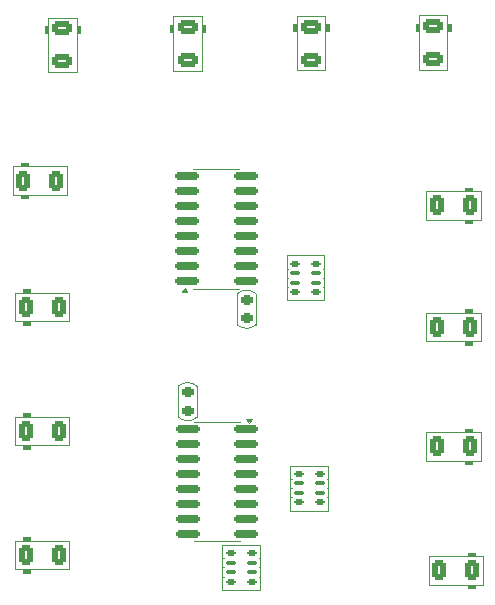
<source format=gbr>
%TF.GenerationSoftware,KiCad,Pcbnew,9.0.0*%
%TF.CreationDate,2025-04-21T19:22:59+08:00*%
%TF.ProjectId,transform,7472616e-7366-46f7-926d-2e6b69636164,rev?*%
%TF.SameCoordinates,Original*%
%TF.FileFunction,Legend,Bot*%
%TF.FilePolarity,Positive*%
%FSLAX46Y46*%
G04 Gerber Fmt 4.6, Leading zero omitted, Abs format (unit mm)*
G04 Created by KiCad (PCBNEW 9.0.0) date 2025-04-21 19:22:59*
%MOMM*%
%LPD*%
G01*
G04 APERTURE LIST*
G04 Aperture macros list*
%AMRoundRect*
0 Rectangle with rounded corners*
0 $1 Rounding radius*
0 $2 $3 $4 $5 $6 $7 $8 $9 X,Y pos of 4 corners*
0 Add a 4 corners polygon primitive as box body*
4,1,4,$2,$3,$4,$5,$6,$7,$8,$9,$2,$3,0*
0 Add four circle primitives for the rounded corners*
1,1,$1+$1,$2,$3*
1,1,$1+$1,$4,$5*
1,1,$1+$1,$6,$7*
1,1,$1+$1,$8,$9*
0 Add four rect primitives between the rounded corners*
20,1,$1+$1,$2,$3,$4,$5,0*
20,1,$1+$1,$4,$5,$6,$7,0*
20,1,$1+$1,$6,$7,$8,$9,0*
20,1,$1+$1,$8,$9,$2,$3,0*%
G04 Aperture macros list end*
%ADD10C,0.120000*%
%ADD11C,0.100000*%
%ADD12RoundRect,0.125000X-0.275000X-0.125000X0.275000X-0.125000X0.275000X0.125000X-0.275000X0.125000X0*%
%ADD13RoundRect,0.100000X-0.300000X-0.100000X0.300000X-0.100000X0.300000X0.100000X-0.300000X0.100000X0*%
%ADD14RoundRect,0.150000X0.825000X0.150000X-0.825000X0.150000X-0.825000X-0.150000X0.825000X-0.150000X0*%
%ADD15RoundRect,0.150000X-0.825000X-0.150000X0.825000X-0.150000X0.825000X0.150000X-0.825000X0.150000X0*%
%ADD16RoundRect,0.125000X0.275000X0.125000X-0.275000X0.125000X-0.275000X-0.125000X0.275000X-0.125000X0*%
%ADD17RoundRect,0.100000X0.300000X0.100000X-0.300000X0.100000X-0.300000X-0.100000X0.300000X-0.100000X0*%
%ADD18RoundRect,0.250000X0.375000X0.625000X-0.375000X0.625000X-0.375000X-0.625000X0.375000X-0.625000X0*%
%ADD19RoundRect,0.250000X-0.625000X0.375000X-0.625000X-0.375000X0.625000X-0.375000X0.625000X0.375000X0*%
%ADD20RoundRect,0.250000X-0.375000X-0.625000X0.375000X-0.625000X0.375000X0.625000X-0.375000X0.625000X0*%
%ADD21RoundRect,0.225000X0.250000X-0.225000X0.250000X0.225000X-0.250000X0.225000X-0.250000X-0.225000X0*%
%ADD22RoundRect,0.225000X-0.250000X0.225000X-0.250000X-0.225000X0.250000X-0.225000X0.250000X0.225000X0*%
G04 APERTURE END LIST*
D10*
%TO.C,RN4*%
X70980000Y-117680000D02*
X67780000Y-117680000D01*
X67907000Y-118805300D02*
X67792700Y-118805300D01*
X70853000Y-118805300D02*
X70967300Y-118805300D01*
X67907000Y-120354700D02*
X67792700Y-120354700D01*
X67780000Y-117680000D02*
X67780000Y-121480000D01*
X67780000Y-119580000D02*
X67907000Y-119580000D01*
X70853000Y-120354700D02*
X70967300Y-120354700D01*
X70980000Y-121480000D02*
X70980000Y-117680000D01*
X70980000Y-119580000D02*
X70853000Y-119580000D01*
X67780000Y-121480000D02*
X70980000Y-121480000D01*
%TO.C,U6*%
X64275000Y-114036750D02*
X64035000Y-113706750D01*
X64515000Y-113706750D01*
X64275000Y-114036750D01*
G36*
X64275000Y-114036750D02*
G01*
X64035000Y-113706750D01*
X64515000Y-113706750D01*
X64275000Y-114036750D01*
G37*
X61575000Y-124101750D02*
X59625000Y-124101750D01*
X61575000Y-124101750D02*
X63525000Y-124101750D01*
X61575000Y-113981750D02*
X59625000Y-113981750D01*
X61575000Y-113981750D02*
X63525000Y-113981750D01*
%TO.C,U7*%
X59065000Y-102976750D02*
X58585000Y-102976750D01*
X58825000Y-102646750D01*
X59065000Y-102976750D01*
G36*
X59065000Y-102976750D02*
G01*
X58585000Y-102976750D01*
X58825000Y-102646750D01*
X59065000Y-102976750D01*
G37*
X61525000Y-92581750D02*
X63475000Y-92581750D01*
X61525000Y-92581750D02*
X59575000Y-92581750D01*
X61525000Y-102701750D02*
X63475000Y-102701750D01*
X61525000Y-102701750D02*
X59575000Y-102701750D01*
%TO.C,RN5*%
X65220000Y-124400000D02*
X62020000Y-124400000D01*
X62020000Y-126300000D02*
X62147000Y-126300000D01*
X62020000Y-124400000D02*
X62020000Y-128200000D01*
X62147000Y-125525300D02*
X62032700Y-125525300D01*
X65220000Y-126300000D02*
X65093000Y-126300000D01*
X65220000Y-128200000D02*
X65220000Y-124400000D01*
X65093000Y-125525300D02*
X65207300Y-125525300D01*
X62147000Y-127074700D02*
X62032700Y-127074700D01*
X65093000Y-127074700D02*
X65207300Y-127074700D01*
X62020000Y-128200000D02*
X65220000Y-128200000D01*
%TO.C,RN3*%
X67460000Y-103680000D02*
X70660000Y-103680000D01*
X70660000Y-101780000D02*
X70533000Y-101780000D01*
X70660000Y-103680000D02*
X70660000Y-99880000D01*
X70533000Y-102554700D02*
X70647300Y-102554700D01*
X67460000Y-101780000D02*
X67587000Y-101780000D01*
X67460000Y-99880000D02*
X67460000Y-103680000D01*
X67587000Y-102554700D02*
X67472700Y-102554700D01*
X70533000Y-101005300D02*
X70647300Y-101005300D01*
X67587000Y-101005300D02*
X67472700Y-101005300D01*
X70660000Y-99880000D02*
X67460000Y-99880000D01*
%TO.C,D13*%
X79500000Y-125350000D02*
X84100000Y-125350000D01*
X84100000Y-127750000D02*
X79500000Y-127750000D01*
X79500000Y-127750000D02*
X79500000Y-125350000D01*
X84100000Y-125350000D02*
X84100000Y-127750000D01*
D11*
X83400000Y-125350000D02*
X82800000Y-125350000D01*
X82800000Y-125050000D01*
X83400000Y-125050000D01*
X83400000Y-125350000D01*
G36*
X83400000Y-125350000D02*
G01*
X82800000Y-125350000D01*
X82800000Y-125050000D01*
X83400000Y-125050000D01*
X83400000Y-125350000D01*
G37*
X83400000Y-128050000D02*
X82800000Y-128050000D01*
X82800000Y-127750000D01*
X83400000Y-127750000D01*
X83400000Y-128050000D01*
G36*
X83400000Y-128050000D02*
G01*
X82800000Y-128050000D01*
X82800000Y-127750000D01*
X83400000Y-127750000D01*
X83400000Y-128050000D01*
G37*
D10*
%TO.C,D12*%
X79300000Y-114850000D02*
X83900000Y-114850000D01*
X83900000Y-117250000D02*
X79300000Y-117250000D01*
X79300000Y-117250000D02*
X79300000Y-114850000D01*
X83900000Y-114850000D02*
X83900000Y-117250000D01*
D11*
X83200000Y-114850000D02*
X82600000Y-114850000D01*
X82600000Y-114550000D01*
X83200000Y-114550000D01*
X83200000Y-114850000D01*
G36*
X83200000Y-114850000D02*
G01*
X82600000Y-114850000D01*
X82600000Y-114550000D01*
X83200000Y-114550000D01*
X83200000Y-114850000D01*
G37*
X83200000Y-117550000D02*
X82600000Y-117550000D01*
X82600000Y-117250000D01*
X83200000Y-117250000D01*
X83200000Y-117550000D01*
G36*
X83200000Y-117550000D02*
G01*
X82600000Y-117550000D01*
X82600000Y-117250000D01*
X83200000Y-117250000D01*
X83200000Y-117550000D01*
G37*
D10*
%TO.C,D11*%
X79300000Y-104750000D02*
X83900000Y-104750000D01*
X83900000Y-107150000D02*
X79300000Y-107150000D01*
X79300000Y-107150000D02*
X79300000Y-104750000D01*
X83900000Y-104750000D02*
X83900000Y-107150000D01*
D11*
X83200000Y-104750000D02*
X82600000Y-104750000D01*
X82600000Y-104450000D01*
X83200000Y-104450000D01*
X83200000Y-104750000D01*
G36*
X83200000Y-104750000D02*
G01*
X82600000Y-104750000D01*
X82600000Y-104450000D01*
X83200000Y-104450000D01*
X83200000Y-104750000D01*
G37*
X83200000Y-107450000D02*
X82600000Y-107450000D01*
X82600000Y-107150000D01*
X83200000Y-107150000D01*
X83200000Y-107450000D01*
G36*
X83200000Y-107450000D02*
G01*
X82600000Y-107450000D01*
X82600000Y-107150000D01*
X83200000Y-107150000D01*
X83200000Y-107450000D01*
G37*
D10*
%TO.C,D10*%
X79300000Y-94450000D02*
X83900000Y-94450000D01*
X83900000Y-96850000D02*
X79300000Y-96850000D01*
X79300000Y-96850000D02*
X79300000Y-94450000D01*
X83900000Y-94450000D02*
X83900000Y-96850000D01*
D11*
X83200000Y-94450000D02*
X82600000Y-94450000D01*
X82600000Y-94150000D01*
X83200000Y-94150000D01*
X83200000Y-94450000D01*
G36*
X83200000Y-94450000D02*
G01*
X82600000Y-94450000D01*
X82600000Y-94150000D01*
X83200000Y-94150000D01*
X83200000Y-94450000D01*
G37*
X83200000Y-97150000D02*
X82600000Y-97150000D01*
X82600000Y-96850000D01*
X83200000Y-96850000D01*
X83200000Y-97150000D01*
G36*
X83200000Y-97150000D02*
G01*
X82600000Y-97150000D01*
X82600000Y-96850000D01*
X83200000Y-96850000D01*
X83200000Y-97150000D01*
G37*
D10*
%TO.C,D9*%
X68350000Y-84220000D02*
X68350000Y-79620000D01*
X70750000Y-79620000D02*
X70750000Y-84220000D01*
X70750000Y-84220000D02*
X68350000Y-84220000D01*
X68350000Y-79620000D02*
X70750000Y-79620000D01*
D11*
X68350000Y-80920000D02*
X68050000Y-80920000D01*
X68050000Y-80320000D01*
X68350000Y-80320000D01*
X68350000Y-80920000D01*
G36*
X68350000Y-80920000D02*
G01*
X68050000Y-80920000D01*
X68050000Y-80320000D01*
X68350000Y-80320000D01*
X68350000Y-80920000D01*
G37*
X71050000Y-80920000D02*
X70750000Y-80920000D01*
X70750000Y-80320000D01*
X71050000Y-80320000D01*
X71050000Y-80920000D01*
G36*
X71050000Y-80920000D02*
G01*
X70750000Y-80920000D01*
X70750000Y-80320000D01*
X71050000Y-80320000D01*
X71050000Y-80920000D01*
G37*
D10*
%TO.C,D8*%
X78680000Y-84150000D02*
X78680000Y-79550000D01*
X81080000Y-79550000D02*
X81080000Y-84150000D01*
X81080000Y-84150000D02*
X78680000Y-84150000D01*
X78680000Y-79550000D02*
X81080000Y-79550000D01*
D11*
X78680000Y-80850000D02*
X78380000Y-80850000D01*
X78380000Y-80250000D01*
X78680000Y-80250000D01*
X78680000Y-80850000D01*
G36*
X78680000Y-80850000D02*
G01*
X78380000Y-80850000D01*
X78380000Y-80250000D01*
X78680000Y-80250000D01*
X78680000Y-80850000D01*
G37*
X81380000Y-80850000D02*
X81080000Y-80850000D01*
X81080000Y-80250000D01*
X81380000Y-80250000D01*
X81380000Y-80850000D01*
G36*
X81380000Y-80850000D02*
G01*
X81080000Y-80850000D01*
X81080000Y-80250000D01*
X81380000Y-80250000D01*
X81380000Y-80850000D01*
G37*
D10*
%TO.C,D7*%
X57880000Y-84250000D02*
X57880000Y-79650000D01*
X60280000Y-79650000D02*
X60280000Y-84250000D01*
X60280000Y-84250000D02*
X57880000Y-84250000D01*
X57880000Y-79650000D02*
X60280000Y-79650000D01*
D11*
X57880000Y-80950000D02*
X57580000Y-80950000D01*
X57580000Y-80350000D01*
X57880000Y-80350000D01*
X57880000Y-80950000D01*
G36*
X57880000Y-80950000D02*
G01*
X57580000Y-80950000D01*
X57580000Y-80350000D01*
X57880000Y-80350000D01*
X57880000Y-80950000D01*
G37*
X60580000Y-80950000D02*
X60280000Y-80950000D01*
X60280000Y-80350000D01*
X60580000Y-80350000D01*
X60580000Y-80950000D01*
G36*
X60580000Y-80950000D02*
G01*
X60280000Y-80950000D01*
X60280000Y-80350000D01*
X60580000Y-80350000D01*
X60580000Y-80950000D01*
G37*
D10*
%TO.C,D6*%
X47280000Y-84350000D02*
X47280000Y-79750000D01*
X49680000Y-79750000D02*
X49680000Y-84350000D01*
X49680000Y-84350000D02*
X47280000Y-84350000D01*
X47280000Y-79750000D02*
X49680000Y-79750000D01*
D11*
X47280000Y-81050000D02*
X46980000Y-81050000D01*
X46980000Y-80450000D01*
X47280000Y-80450000D01*
X47280000Y-81050000D01*
G36*
X47280000Y-81050000D02*
G01*
X46980000Y-81050000D01*
X46980000Y-80450000D01*
X47280000Y-80450000D01*
X47280000Y-81050000D01*
G37*
X49980000Y-81050000D02*
X49680000Y-81050000D01*
X49680000Y-80450000D01*
X49980000Y-80450000D01*
X49980000Y-81050000D01*
G36*
X49980000Y-81050000D02*
G01*
X49680000Y-81050000D01*
X49680000Y-80450000D01*
X49980000Y-80450000D01*
X49980000Y-81050000D01*
G37*
D10*
%TO.C,D5*%
X48860000Y-94750000D02*
X44260000Y-94750000D01*
X44260000Y-92350000D02*
X48860000Y-92350000D01*
X48860000Y-92350000D02*
X48860000Y-94750000D01*
X44260000Y-94750000D02*
X44260000Y-92350000D01*
D11*
X45560000Y-95050000D02*
X44960000Y-95050000D01*
X44960000Y-94750000D01*
X45560000Y-94750000D01*
X45560000Y-95050000D01*
G36*
X45560000Y-95050000D02*
G01*
X44960000Y-95050000D01*
X44960000Y-94750000D01*
X45560000Y-94750000D01*
X45560000Y-95050000D01*
G37*
X45560000Y-92350000D02*
X44960000Y-92350000D01*
X44960000Y-92050000D01*
X45560000Y-92050000D01*
X45560000Y-92350000D01*
G36*
X45560000Y-92350000D02*
G01*
X44960000Y-92350000D01*
X44960000Y-92050000D01*
X45560000Y-92050000D01*
X45560000Y-92350000D01*
G37*
D10*
%TO.C,D4*%
X49060000Y-105450000D02*
X44460000Y-105450000D01*
X44460000Y-103050000D02*
X49060000Y-103050000D01*
X49060000Y-103050000D02*
X49060000Y-105450000D01*
X44460000Y-105450000D02*
X44460000Y-103050000D01*
D11*
X45760000Y-105750000D02*
X45160000Y-105750000D01*
X45160000Y-105450000D01*
X45760000Y-105450000D01*
X45760000Y-105750000D01*
G36*
X45760000Y-105750000D02*
G01*
X45160000Y-105750000D01*
X45160000Y-105450000D01*
X45760000Y-105450000D01*
X45760000Y-105750000D01*
G37*
X45760000Y-103050000D02*
X45160000Y-103050000D01*
X45160000Y-102750000D01*
X45760000Y-102750000D01*
X45760000Y-103050000D01*
G36*
X45760000Y-103050000D02*
G01*
X45160000Y-103050000D01*
X45160000Y-102750000D01*
X45760000Y-102750000D01*
X45760000Y-103050000D01*
G37*
D10*
%TO.C,D3*%
X49060000Y-115950000D02*
X44460000Y-115950000D01*
X44460000Y-113550000D02*
X49060000Y-113550000D01*
X49060000Y-113550000D02*
X49060000Y-115950000D01*
X44460000Y-115950000D02*
X44460000Y-113550000D01*
D11*
X45760000Y-116250000D02*
X45160000Y-116250000D01*
X45160000Y-115950000D01*
X45760000Y-115950000D01*
X45760000Y-116250000D01*
G36*
X45760000Y-116250000D02*
G01*
X45160000Y-116250000D01*
X45160000Y-115950000D01*
X45760000Y-115950000D01*
X45760000Y-116250000D01*
G37*
X45760000Y-113550000D02*
X45160000Y-113550000D01*
X45160000Y-113250000D01*
X45760000Y-113250000D01*
X45760000Y-113550000D01*
G36*
X45760000Y-113550000D02*
G01*
X45160000Y-113550000D01*
X45160000Y-113250000D01*
X45760000Y-113250000D01*
X45760000Y-113550000D01*
G37*
D10*
%TO.C,D2*%
X49060000Y-126450000D02*
X44460000Y-126450000D01*
X44460000Y-124050000D02*
X49060000Y-124050000D01*
X49060000Y-124050000D02*
X49060000Y-126450000D01*
X44460000Y-126450000D02*
X44460000Y-124050000D01*
D11*
X45760000Y-126750000D02*
X45160000Y-126750000D01*
X45160000Y-126450000D01*
X45760000Y-126450000D01*
X45760000Y-126750000D01*
G36*
X45760000Y-126750000D02*
G01*
X45160000Y-126750000D01*
X45160000Y-126450000D01*
X45760000Y-126450000D01*
X45760000Y-126750000D01*
G37*
X45760000Y-124050000D02*
X45160000Y-124050000D01*
X45160000Y-123750000D01*
X45760000Y-123750000D01*
X45760000Y-124050000D01*
G36*
X45760000Y-124050000D02*
G01*
X45160000Y-124050000D01*
X45160000Y-123750000D01*
X45760000Y-123750000D01*
X45760000Y-124050000D01*
G37*
D10*
%TO.C,C45*%
X58279937Y-113560014D02*
X58279939Y-110960014D01*
X59879941Y-110960014D02*
X59879939Y-113560014D01*
X59879939Y-113560014D02*
G75*
G02*
X58279937Y-113560014I-800001J840224D01*
G01*
X58279939Y-110960014D02*
G75*
G02*
X59879941Y-110960014I800001J-840224D01*
G01*
%TO.C,C44*%
X64879941Y-103140010D02*
X64879939Y-105740010D01*
X63279937Y-105740010D02*
X63279939Y-103140010D01*
X63279939Y-103140010D02*
G75*
G02*
X64879941Y-103140010I800001J-840224D01*
G01*
X64879939Y-105740010D02*
G75*
G02*
X63279937Y-105740010I-800001J840224D01*
G01*
%TD*%
%LPC*%
D12*
%TO.C,RN4*%
X70280000Y-120780000D03*
D13*
X70280000Y-119980000D03*
X70280000Y-119180000D03*
D12*
X70280000Y-118380000D03*
X68480000Y-118380000D03*
D13*
X68480000Y-119180000D03*
X68480000Y-119980000D03*
D12*
X68480000Y-120780000D03*
%TD*%
D14*
%TO.C,U6*%
X59100000Y-114596750D03*
X59100000Y-115866750D03*
X59100000Y-117136750D03*
X59100000Y-118406750D03*
X59100000Y-119676750D03*
X59100000Y-120946750D03*
X59100000Y-122216750D03*
X59100000Y-123486750D03*
X64050000Y-123486750D03*
X64050000Y-122216750D03*
X64050000Y-120946750D03*
X64050000Y-119676750D03*
X64050000Y-118406750D03*
X64050000Y-117136750D03*
X64050000Y-115866750D03*
X64050000Y-114596750D03*
%TD*%
D15*
%TO.C,U7*%
X64000000Y-102086750D03*
X64000000Y-100816750D03*
X64000000Y-99546750D03*
X64000000Y-98276750D03*
X64000000Y-97006750D03*
X64000000Y-95736750D03*
X64000000Y-94466750D03*
X64000000Y-93196750D03*
X59050000Y-93196750D03*
X59050000Y-94466750D03*
X59050000Y-95736750D03*
X59050000Y-97006750D03*
X59050000Y-98276750D03*
X59050000Y-99546750D03*
X59050000Y-100816750D03*
X59050000Y-102086750D03*
%TD*%
D16*
%TO.C,RN5*%
X64520000Y-125100000D03*
D17*
X64520000Y-125900000D03*
X64520000Y-126700000D03*
D16*
X64520000Y-127500000D03*
X62720000Y-127500000D03*
D17*
X62720000Y-126700000D03*
X62720000Y-125900000D03*
D16*
X62720000Y-125100000D03*
%TD*%
D12*
%TO.C,RN3*%
X68160000Y-102980000D03*
D13*
X68160000Y-102180000D03*
X68160000Y-101380000D03*
D12*
X68160000Y-100580000D03*
X69960000Y-100580000D03*
D13*
X69960000Y-101380000D03*
X69960000Y-102180000D03*
D12*
X69960000Y-102980000D03*
%TD*%
D18*
%TO.C,D13*%
X83200000Y-126550000D03*
X80400000Y-126550000D03*
%TD*%
%TO.C,D12*%
X83000000Y-116050000D03*
X80200000Y-116050000D03*
%TD*%
%TO.C,D11*%
X83000000Y-105950000D03*
X80200000Y-105950000D03*
%TD*%
%TO.C,D10*%
X83000000Y-95650000D03*
X80200000Y-95650000D03*
%TD*%
D19*
%TO.C,D9*%
X69550000Y-80520000D03*
X69550000Y-83320000D03*
%TD*%
%TO.C,D8*%
X79880000Y-80450000D03*
X79880000Y-83250000D03*
%TD*%
%TO.C,D7*%
X59080000Y-80550000D03*
X59080000Y-83350000D03*
%TD*%
%TO.C,D6*%
X48480000Y-80650000D03*
X48480000Y-83450000D03*
%TD*%
D20*
%TO.C,D5*%
X45160000Y-93550000D03*
X47960000Y-93550000D03*
%TD*%
%TO.C,D4*%
X45360000Y-104250000D03*
X48160000Y-104250000D03*
%TD*%
%TO.C,D3*%
X45360000Y-114750000D03*
X48160000Y-114750000D03*
%TD*%
%TO.C,D2*%
X45360000Y-125250000D03*
X48160000Y-125250000D03*
%TD*%
D21*
%TO.C,C45*%
X59079939Y-113035014D03*
X59079939Y-111485014D03*
%TD*%
D22*
%TO.C,C44*%
X64079939Y-103665010D03*
X64079939Y-105215010D03*
%TD*%
%LPD*%
M02*

</source>
